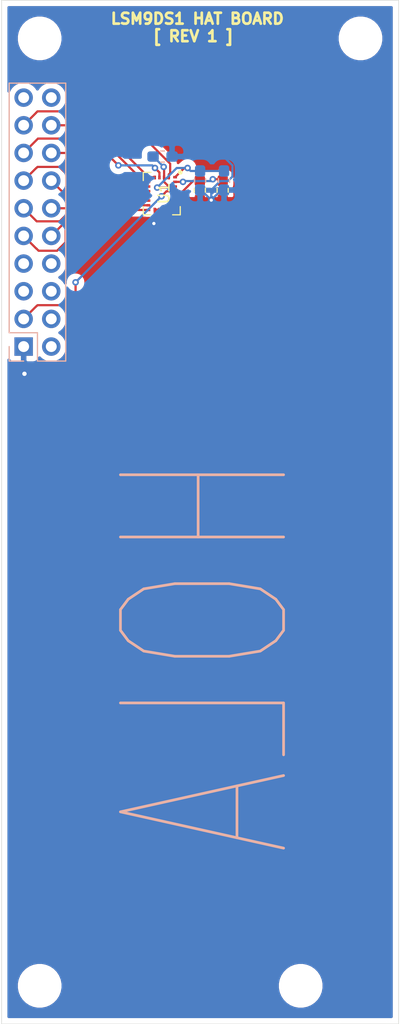
<source format=kicad_pcb>
(kicad_pcb (version 20171130) (host pcbnew "(5.1.6)-1")

  (general
    (thickness 1.6)
    (drawings 8)
    (tracks 133)
    (zones 0)
    (modules 11)
    (nets 23)
  )

  (page A4)
  (layers
    (0 F.Cu signal)
    (31 B.Cu signal)
    (32 B.Adhes user)
    (33 F.Adhes user)
    (34 B.Paste user)
    (35 F.Paste user)
    (36 B.SilkS user)
    (37 F.SilkS user)
    (38 B.Mask user)
    (39 F.Mask user)
    (40 Dwgs.User user)
    (41 Cmts.User user)
    (42 Eco1.User user)
    (43 Eco2.User user)
    (44 Edge.Cuts user)
    (45 Margin user)
    (46 B.CrtYd user)
    (47 F.CrtYd user)
    (48 B.Fab user)
    (49 F.Fab user)
  )

  (setup
    (last_trace_width 0.2)
    (user_trace_width 0.2)
    (user_trace_width 1)
    (user_trace_width 2)
    (trace_clearance 0.2)
    (zone_clearance 0.508)
    (zone_45_only no)
    (trace_min 0.2)
    (via_size 0.8)
    (via_drill 0.4)
    (via_min_size 0.4)
    (via_min_drill 0.3)
    (user_via 0.6 0.3)
    (user_via 1 0.5)
    (uvia_size 0.3)
    (uvia_drill 0.1)
    (uvias_allowed no)
    (uvia_min_size 0.2)
    (uvia_min_drill 0.1)
    (edge_width 0.05)
    (segment_width 0.2)
    (pcb_text_width 0.3)
    (pcb_text_size 1.5 1.5)
    (mod_edge_width 0.12)
    (mod_text_size 1 1)
    (mod_text_width 0.15)
    (pad_size 3 3)
    (pad_drill 3)
    (pad_to_mask_clearance 0.05)
    (aux_axis_origin 0 0)
    (visible_elements 7FFFFFFF)
    (pcbplotparams
      (layerselection 0x010fc_ffffffff)
      (usegerberextensions false)
      (usegerberattributes true)
      (usegerberadvancedattributes true)
      (creategerberjobfile true)
      (excludeedgelayer true)
      (linewidth 0.100000)
      (plotframeref false)
      (viasonmask false)
      (mode 1)
      (useauxorigin false)
      (hpglpennumber 1)
      (hpglpenspeed 20)
      (hpglpendiameter 15.000000)
      (psnegative false)
      (psa4output false)
      (plotreference true)
      (plotvalue true)
      (plotinvisibletext false)
      (padsonsilk false)
      (subtractmaskfromsilk false)
      (outputformat 1)
      (mirror false)
      (drillshape 1)
      (scaleselection 1)
      (outputdirectory ""))
  )

  (net 0 "")
  (net 1 GND)
  (net 2 "Net-(C1-Pad1)")
  (net 3 +3V3)
  (net 4 "Net-(C3-Pad1)")
  (net 5 /MISO)
  (net 6 /SCLK)
  (net 7 /MOSI)
  (net 8 /male_pin/H_RX)
  (net 9 /male_pin/H_TX)
  (net 10 /CS)
  (net 11 /INT1)
  (net 12 /INT2)
  (net 13 /INTM)
  (net 14 /CSM)
  (net 15 /DRDYM)
  (net 16 /DEN)
  (net 17 /male_pin/H_PIN_7)
  (net 18 /male_pin/H_PIN_8)
  (net 19 /male_pin/H_PIN_9)
  (net 20 /male_pin/H_PIN_10)
  (net 21 /male_pin/H_PIN_11)
  (net 22 /male_pin/+BATT)

  (net_class Default "This is the default net class."
    (clearance 0.2)
    (trace_width 0.25)
    (via_dia 0.8)
    (via_drill 0.4)
    (uvia_dia 0.3)
    (uvia_drill 0.1)
    (add_net +3V3)
    (add_net /CS)
    (add_net /CSM)
    (add_net /DEN)
    (add_net /DRDYM)
    (add_net /INT1)
    (add_net /INT2)
    (add_net /INTM)
    (add_net /MISO)
    (add_net /MOSI)
    (add_net /SCLK)
    (add_net /male_pin/+BATT)
    (add_net /male_pin/H_PIN_10)
    (add_net /male_pin/H_PIN_11)
    (add_net /male_pin/H_PIN_7)
    (add_net /male_pin/H_PIN_8)
    (add_net /male_pin/H_PIN_9)
    (add_net /male_pin/H_RX)
    (add_net /male_pin/H_TX)
    (add_net GND)
    (add_net "Net-(C1-Pad1)")
    (add_net "Net-(C3-Pad1)")
  )

  (module MountingHole:MountingHole_3mm (layer F.Cu) (tedit 56D1B4CB) (tstamp 5FF7EE2A)
    (at 162.5 60)
    (descr "Mounting Hole 3mm, no annular")
    (tags "mounting hole 3mm no annular")
    (path /5FA45FD6)
    (attr virtual)
    (fp_text reference H3 (at -4 1) (layer F.SilkS) hide
      (effects (font (size 1 1) (thickness 0.15)))
    )
    (fp_text value MountingHole (at -1.5 2) (layer F.Fab)
      (effects (font (size 1 1) (thickness 0.15)))
    )
    (fp_circle (center 0 0) (end 3 0) (layer Cmts.User) (width 0.15))
    (fp_circle (center 0 0) (end 3.25 0) (layer F.CrtYd) (width 0.05))
    (fp_text user %R (at 0.3 0) (layer F.Fab)
      (effects (font (size 1 1) (thickness 0.15)))
    )
    (pad 1 np_thru_hole circle (at 0 0) (size 3 3) (drill 3) (layers *.Cu *.Mask))
  )

  (module MountingHole:MountingHole_3mm (layer F.Cu) (tedit 56D1B4CB) (tstamp 5FF7EE2A)
    (at 157 147)
    (descr "Mounting Hole 3mm, no annular")
    (tags "mounting hole 3mm no annular")
    (path /5FA45FD6)
    (attr virtual)
    (fp_text reference H2 (at 0 -4) (layer F.SilkS) hide
      (effects (font (size 1 1) (thickness 0.15)))
    )
    (fp_text value MountingHole (at 3.5 2.5) (layer F.Fab)
      (effects (font (size 1 1) (thickness 0.15)))
    )
    (fp_circle (center 0 0) (end 3 0) (layer Cmts.User) (width 0.15))
    (fp_circle (center 0 0) (end 3.25 0) (layer F.CrtYd) (width 0.05))
    (fp_text user %R (at 0.3 0) (layer F.Fab)
      (effects (font (size 1 1) (thickness 0.15)))
    )
    (pad 1 np_thru_hole circle (at 0 0) (size 3 3) (drill 3) (layers *.Cu *.Mask))
  )

  (module MountingHole:MountingHole_3mm (layer F.Cu) (tedit 56D1B4CB) (tstamp 5FF7EE2A)
    (at 133 60)
    (descr "Mounting Hole 3mm, no annular")
    (tags "mounting hole 3mm no annular")
    (path /5FA45FD6)
    (attr virtual)
    (fp_text reference H1 (at 4 1) (layer F.SilkS) hide
      (effects (font (size 1 1) (thickness 0.15)))
    )
    (fp_text value MountingHole (at 1.5 2 180) (layer F.Fab)
      (effects (font (size 1 1) (thickness 0.15)))
    )
    (fp_circle (center 0 0) (end 3 0) (layer Cmts.User) (width 0.15))
    (fp_circle (center 0 0) (end 3.25 0) (layer F.CrtYd) (width 0.05))
    (fp_text user %R (at 0.3 0) (layer F.Fab)
      (effects (font (size 1 1) (thickness 0.15)))
    )
    (pad 1 np_thru_hole circle (at 0 0) (size 3 3) (drill 3) (layers *.Cu *.Mask))
  )

  (module MountingHole:MountingHole_3mm (layer F.Cu) (tedit 56D1B4CB) (tstamp 5FF7FD76)
    (at 133 147)
    (descr "Mounting Hole 3mm, no annular")
    (tags "mounting hole 3mm no annular")
    (attr virtual)
    (fp_text reference H4 (at 0 -4) (layer F.SilkS) hide
      (effects (font (size 1 1) (thickness 0.15)))
    )
    (fp_text value MountingHole (at 2 2.5) (layer F.Fab)
      (effects (font (size 1 1) (thickness 0.15)))
    )
    (fp_circle (center 0 0) (end 3.25 0) (layer F.CrtYd) (width 0.05))
    (fp_circle (center 0 0) (end 3 0) (layer Cmts.User) (width 0.15))
    (fp_text user %R (at 0.3 0) (layer F.Fab)
      (effects (font (size 1 1) (thickness 0.15)))
    )
    (pad 1 np_thru_hole circle (at 0 0) (size 3 3) (drill 3) (layers *.Cu *.Mask))
  )

  (module Connector_PinHeader_2.54mm:PinHeader_2x10_P2.54mm_Vertical (layer B.Cu) (tedit 59FED5CC) (tstamp 5FF84374)
    (at 131.525 88.3)
    (descr "Through hole straight pin header, 2x10, 2.54mm pitch, double rows")
    (tags "Through hole pin header THT 2x10 2.54mm double row")
    (path /5FF642D7/5FF82731)
    (fp_text reference J1 (at 0.975 2.7) (layer F.SilkS) hide
      (effects (font (size 1 1) (thickness 0.15)))
    )
    (fp_text value Conn_02x10_Odd_Even (at -0.525 -11.3 90) (layer F.Fab)
      (effects (font (size 1 1) (thickness 0.15)))
    )
    (fp_line (start 0 1.27) (end 3.81 1.27) (layer B.Fab) (width 0.1))
    (fp_line (start 3.81 1.27) (end 3.81 -24.13) (layer B.Fab) (width 0.1))
    (fp_line (start 3.81 -24.13) (end -1.27 -24.13) (layer B.Fab) (width 0.1))
    (fp_line (start -1.27 -24.13) (end -1.27 0) (layer B.Fab) (width 0.1))
    (fp_line (start -1.27 0) (end 0 1.27) (layer B.Fab) (width 0.1))
    (fp_line (start -1.33 -24.19) (end 3.87 -24.19) (layer B.SilkS) (width 0.12))
    (fp_line (start -1.33 -1.27) (end -1.33 -24.19) (layer B.SilkS) (width 0.12))
    (fp_line (start 3.87 1.33) (end 3.87 -24.19) (layer B.SilkS) (width 0.12))
    (fp_line (start -1.33 -1.27) (end 1.27 -1.27) (layer B.SilkS) (width 0.12))
    (fp_line (start 1.27 -1.27) (end 1.27 1.33) (layer B.SilkS) (width 0.12))
    (fp_line (start 1.27 1.33) (end 3.87 1.33) (layer B.SilkS) (width 0.12))
    (fp_line (start -1.33 0) (end -1.33 1.33) (layer B.SilkS) (width 0.12))
    (fp_line (start -1.33 1.33) (end 0 1.33) (layer B.SilkS) (width 0.12))
    (fp_line (start -1.8 1.8) (end -1.8 -24.65) (layer B.CrtYd) (width 0.05))
    (fp_line (start -1.8 -24.65) (end 4.35 -24.65) (layer B.CrtYd) (width 0.05))
    (fp_line (start 4.35 -24.65) (end 4.35 1.8) (layer B.CrtYd) (width 0.05))
    (fp_line (start 4.35 1.8) (end -1.8 1.8) (layer B.CrtYd) (width 0.05))
    (fp_text user %R (at 1.27 -11.43 -90) (layer B.Fab)
      (effects (font (size 1 1) (thickness 0.15)) (justify mirror))
    )
    (pad 20 thru_hole oval (at 2.54 -22.86) (size 1.7 1.7) (drill 1) (layers *.Cu *.Mask)
      (net 8 /male_pin/H_RX))
    (pad 19 thru_hole oval (at 0 -22.86) (size 1.7 1.7) (drill 1) (layers *.Cu *.Mask)
      (net 9 /male_pin/H_TX))
    (pad 18 thru_hole oval (at 2.54 -20.32) (size 1.7 1.7) (drill 1) (layers *.Cu *.Mask)
      (net 5 /MISO))
    (pad 17 thru_hole oval (at 0 -20.32) (size 1.7 1.7) (drill 1) (layers *.Cu *.Mask)
      (net 6 /SCLK))
    (pad 16 thru_hole oval (at 2.54 -17.78) (size 1.7 1.7) (drill 1) (layers *.Cu *.Mask)
      (net 7 /MOSI))
    (pad 15 thru_hole oval (at 0 -17.78) (size 1.7 1.7) (drill 1) (layers *.Cu *.Mask)
      (net 10 /CS))
    (pad 14 thru_hole oval (at 2.54 -15.24) (size 1.7 1.7) (drill 1) (layers *.Cu *.Mask)
      (net 15 /DRDYM))
    (pad 13 thru_hole oval (at 0 -15.24) (size 1.7 1.7) (drill 1) (layers *.Cu *.Mask)
      (net 14 /CSM))
    (pad 12 thru_hole oval (at 2.54 -12.7) (size 1.7 1.7) (drill 1) (layers *.Cu *.Mask)
      (net 13 /INTM))
    (pad 11 thru_hole oval (at 0 -12.7) (size 1.7 1.7) (drill 1) (layers *.Cu *.Mask)
      (net 11 /INT1))
    (pad 10 thru_hole oval (at 2.54 -10.16) (size 1.7 1.7) (drill 1) (layers *.Cu *.Mask)
      (net 12 /INT2))
    (pad 9 thru_hole oval (at 0 -10.16) (size 1.7 1.7) (drill 1) (layers *.Cu *.Mask)
      (net 16 /DEN))
    (pad 8 thru_hole oval (at 2.54 -7.62) (size 1.7 1.7) (drill 1) (layers *.Cu *.Mask)
      (net 17 /male_pin/H_PIN_7))
    (pad 7 thru_hole oval (at 0 -7.62) (size 1.7 1.7) (drill 1) (layers *.Cu *.Mask)
      (net 18 /male_pin/H_PIN_8))
    (pad 6 thru_hole oval (at 2.54 -5.08) (size 1.7 1.7) (drill 1) (layers *.Cu *.Mask)
      (net 19 /male_pin/H_PIN_9))
    (pad 5 thru_hole oval (at 0 -5.08) (size 1.7 1.7) (drill 1) (layers *.Cu *.Mask)
      (net 20 /male_pin/H_PIN_10))
    (pad 4 thru_hole oval (at 2.54 -2.54) (size 1.7 1.7) (drill 1) (layers *.Cu *.Mask)
      (net 21 /male_pin/H_PIN_11))
    (pad 3 thru_hole oval (at 0 -2.54) (size 1.7 1.7) (drill 1) (layers *.Cu *.Mask)
      (net 3 +3V3))
    (pad 2 thru_hole oval (at 2.54 0) (size 1.7 1.7) (drill 1) (layers *.Cu *.Mask)
      (net 22 /male_pin/+BATT))
    (pad 1 thru_hole rect (at 0 0) (size 1.7 1.7) (drill 1) (layers *.Cu *.Mask)
      (net 1 GND))
    (model ${KISYS3DMOD}/Connector_PinHeader_2.54mm.3dshapes/PinHeader_2x10_P2.54mm_Vertical.wrl
      (at (xyz 0 0 0))
      (scale (xyz 1 1 1))
      (rotate (xyz 0 0 0))
    )
  )

  (module Package_LGA:LGA-24L_3x3.5mm_P0.43mm (layer F.Cu) (tedit 5A02F217) (tstamp 5FF7D40B)
    (at 144.225 74.25 270)
    (descr "LGA 24L 3x3.5mm Pitch 0.43mm")
    (tags "LGA 24L 3x3.5mm Pitch 0.43mm")
    (path /5FF5E858/5FF62050)
    (attr smd)
    (fp_text reference U1 (at -0.025 -0.2 90) (layer F.SilkS)
      (effects (font (size 1 1) (thickness 0.15)))
    )
    (fp_text value LSM9DS1 (at -0.225 0.65 90) (layer F.Fab)
      (effects (font (size 1 1) (thickness 0.15)))
    )
    (fp_circle (center -1.95 -1.7) (end -1.89 -1.7) (layer F.SilkS) (width 0.12))
    (fp_circle (center -1.3 -1) (end -1.3 -0.95) (layer F.Fab) (width 0.1))
    (fp_line (start -2.1 1.85) (end -2.1 -1.85) (layer F.CrtYd) (width 0.05))
    (fp_line (start 2.1 1.85) (end -2.1 1.85) (layer F.CrtYd) (width 0.05))
    (fp_line (start 2.1 -1.85) (end 2.1 1.85) (layer F.CrtYd) (width 0.05))
    (fp_line (start -2.1 -1.85) (end 2.1 -1.85) (layer F.CrtYd) (width 0.05))
    (fp_circle (center -1.95 -1.7) (end -1.8 -1.7) (layer F.SilkS) (width 0.12))
    (fp_line (start -1.95 1.7) (end -1.95 1) (layer F.SilkS) (width 0.12))
    (fp_line (start 1.95 1.7) (end 1.2 1.7) (layer F.SilkS) (width 0.12))
    (fp_line (start 1.95 -1.7) (end 1.95 -1) (layer F.SilkS) (width 0.12))
    (fp_line (start 1.2 -1.7) (end 1.95 -1.7) (layer F.SilkS) (width 0.12))
    (fp_circle (center -1.3 -1) (end -1.3 -0.85) (layer F.Fab) (width 0.1))
    (fp_line (start -1.75 1.5) (end -1.75 -1.5) (layer F.Fab) (width 0.1))
    (fp_line (start 1.75 1.5) (end -1.75 1.5) (layer F.Fab) (width 0.1))
    (fp_line (start 1.75 -1.5) (end 1.75 1.5) (layer F.Fab) (width 0.1))
    (fp_line (start -1.75 -1.5) (end 1.75 -1.5) (layer F.Fab) (width 0.1))
    (fp_line (start 1.95 1) (end 1.95 1.7) (layer F.SilkS) (width 0.12))
    (fp_line (start -1.2 1.7) (end -1.95 1.7) (layer F.SilkS) (width 0.12))
    (fp_text user %R (at -0.025 -0.325 90) (layer F.Fab)
      (effects (font (size 1 1) (thickness 0.15)))
    )
    (pad 13 smd rect (at 1.505 1.225 270) (size 0.23 0.35) (layers F.Cu F.Paste F.Mask)
      (net 16 /DEN))
    (pad 12 smd rect (at 1.075 1.225 270) (size 0.23 0.35) (layers F.Cu F.Paste F.Mask)
      (net 12 /INT2))
    (pad 11 smd rect (at 0.645 1.225 270) (size 0.23 0.35) (layers F.Cu F.Paste F.Mask)
      (net 11 /INT1))
    (pad 10 smd rect (at 0.215 1.225 270) (size 0.23 0.35) (layers F.Cu F.Paste F.Mask)
      (net 13 /INTM))
    (pad 9 smd rect (at -0.215 1.225 270) (size 0.23 0.35) (layers F.Cu F.Paste F.Mask)
      (net 15 /DRDYM))
    (pad 8 smd rect (at -0.645 1.225 270) (size 0.23 0.35) (layers F.Cu F.Paste F.Mask)
      (net 14 /CSM))
    (pad 7 smd rect (at -1.075 1.225 270) (size 0.23 0.35) (layers F.Cu F.Paste F.Mask)
      (net 10 /CS))
    (pad 6 smd rect (at -1.505 1.225 270) (size 0.23 0.35) (layers F.Cu F.Paste F.Mask)
      (net 5 /MISO))
    (pad 18 smd rect (at 1.505 -1.225 270) (size 0.23 0.35) (layers F.Cu F.Paste F.Mask)
      (net 1 GND))
    (pad 19 smd rect (at 1.075 -1.225 270) (size 0.23 0.35) (layers F.Cu F.Paste F.Mask)
      (net 1 GND))
    (pad 20 smd rect (at 0.645 -1.225 270) (size 0.23 0.35) (layers F.Cu F.Paste F.Mask)
      (net 1 GND))
    (pad 21 smd rect (at 0.215 -1.225 270) (size 0.23 0.35) (layers F.Cu F.Paste F.Mask)
      (net 2 "Net-(C1-Pad1)"))
    (pad 22 smd rect (at -0.215 -1.225 270) (size 0.23 0.35) (layers F.Cu F.Paste F.Mask)
      (net 3 +3V3))
    (pad 23 smd rect (at -0.645 -1.225 270) (size 0.23 0.35) (layers F.Cu F.Paste F.Mask)
      (net 3 +3V3))
    (pad 24 smd rect (at -1.075 -1.225 270) (size 0.23 0.35) (layers F.Cu F.Paste F.Mask)
      (net 4 "Net-(C3-Pad1)"))
    (pad 14 smd rect (at 1.475 0.645 270) (size 0.35 0.23) (layers F.Cu F.Paste F.Mask)
      (net 1 GND))
    (pad 5 smd rect (at -1.475 0.645 270) (size 0.35 0.23) (layers F.Cu F.Paste F.Mask)
      (net 5 /MISO))
    (pad 15 smd rect (at 1.475 0.215 270) (size 0.35 0.23) (layers F.Cu F.Paste F.Mask)
      (net 1 GND))
    (pad 4 smd rect (at -1.475 0.215 270) (size 0.35 0.23) (layers F.Cu F.Paste F.Mask)
      (net 7 /MOSI))
    (pad 16 smd rect (at 1.475 -0.215 270) (size 0.35 0.23) (layers F.Cu F.Paste F.Mask)
      (net 1 GND))
    (pad 3 smd rect (at -1.475 -0.215 270) (size 0.35 0.23) (layers F.Cu F.Paste F.Mask)
      (net 3 +3V3))
    (pad 17 smd rect (at 1.475 -0.645 270) (size 0.35 0.23) (layers F.Cu F.Paste F.Mask)
      (net 1 GND))
    (pad 2 smd rect (at -1.475 -0.645 270) (size 0.35 0.23) (layers F.Cu F.Paste F.Mask)
      (net 6 /SCLK))
    (pad 1 smd rect (at -1.505 -1.225 270) (size 0.23 0.35) (layers F.Cu F.Paste F.Mask)
      (net 3 +3V3))
    (model ${KISYS3DMOD}/Package_LGA.3dshapes/LGA-24L_3x3.5mm_P0.43mm.wrl
      (at (xyz 0 0 0))
      (scale (xyz 1 1 1))
      (rotate (xyz 0 0 0))
    )
  )

  (module Capacitor_SMD:C_0603_1608Metric_Pad1.05x0.95mm_HandSolder (layer B.Cu) (tedit 5B301BBE) (tstamp 5FF7D3B4)
    (at 149.95 73.05 270)
    (descr "Capacitor SMD 0603 (1608 Metric), square (rectangular) end terminal, IPC_7351 nominal with elongated pad for handsoldering. (Body size source: http://www.tortai-tech.com/upload/download/2011102023233369053.pdf), generated with kicad-footprint-generator")
    (tags "capacitor handsolder")
    (path /5FF5E858/5FF62068)
    (attr smd)
    (fp_text reference C5 (at 1.8 0 180) (layer B.SilkS) hide
      (effects (font (size 1 1) (thickness 0.15)) (justify mirror))
    )
    (fp_text value 10uF (at 0.1 0.1 270) (layer B.Fab)
      (effects (font (size 1 1) (thickness 0.15)) (justify mirror))
    )
    (fp_line (start -0.8 -0.4) (end -0.8 0.4) (layer B.Fab) (width 0.1))
    (fp_line (start -0.8 0.4) (end 0.8 0.4) (layer B.Fab) (width 0.1))
    (fp_line (start 0.8 0.4) (end 0.8 -0.4) (layer B.Fab) (width 0.1))
    (fp_line (start 0.8 -0.4) (end -0.8 -0.4) (layer B.Fab) (width 0.1))
    (fp_line (start -0.171267 0.51) (end 0.171267 0.51) (layer B.SilkS) (width 0.12))
    (fp_line (start -0.171267 -0.51) (end 0.171267 -0.51) (layer B.SilkS) (width 0.12))
    (fp_line (start -1.65 -0.73) (end -1.65 0.73) (layer B.CrtYd) (width 0.05))
    (fp_line (start -1.65 0.73) (end 1.65 0.73) (layer B.CrtYd) (width 0.05))
    (fp_line (start 1.65 0.73) (end 1.65 -0.73) (layer B.CrtYd) (width 0.05))
    (fp_line (start 1.65 -0.73) (end -1.65 -0.73) (layer B.CrtYd) (width 0.05))
    (fp_text user %R (at 0 0 270) (layer B.Fab)
      (effects (font (size 0.4 0.4) (thickness 0.06)) (justify mirror))
    )
    (pad 2 smd roundrect (at 0.875 0 270) (size 1.05 0.95) (layers B.Cu B.Paste B.Mask) (roundrect_rratio 0.25)
      (net 1 GND))
    (pad 1 smd roundrect (at -0.875 0 270) (size 1.05 0.95) (layers B.Cu B.Paste B.Mask) (roundrect_rratio 0.25)
      (net 3 +3V3))
    (model ${KISYS3DMOD}/Capacitor_SMD.3dshapes/C_0603_1608Metric.wrl
      (at (xyz 0 0 0))
      (scale (xyz 1 1 1))
      (rotate (xyz 0 0 0))
    )
  )

  (module Capacitor_SMD:C_0603_1608Metric_Pad1.05x0.95mm_HandSolder (layer B.Cu) (tedit 5B301BBE) (tstamp 5FF7D3A3)
    (at 147.75 73.05 270)
    (descr "Capacitor SMD 0603 (1608 Metric), square (rectangular) end terminal, IPC_7351 nominal with elongated pad for handsoldering. (Body size source: http://www.tortai-tech.com/upload/download/2011102023233369053.pdf), generated with kicad-footprint-generator")
    (tags "capacitor handsolder")
    (path /5FF5E858/5FF62062)
    (attr smd)
    (fp_text reference C4 (at 1.8 0 180) (layer B.SilkS) hide
      (effects (font (size 1 1) (thickness 0.15)) (justify mirror))
    )
    (fp_text value 100nF (at -0.2 -0.1 90) (layer B.Fab)
      (effects (font (size 1 1) (thickness 0.15)) (justify mirror))
    )
    (fp_line (start -0.8 -0.4) (end -0.8 0.4) (layer B.Fab) (width 0.1))
    (fp_line (start -0.8 0.4) (end 0.8 0.4) (layer B.Fab) (width 0.1))
    (fp_line (start 0.8 0.4) (end 0.8 -0.4) (layer B.Fab) (width 0.1))
    (fp_line (start 0.8 -0.4) (end -0.8 -0.4) (layer B.Fab) (width 0.1))
    (fp_line (start -0.171267 0.51) (end 0.171267 0.51) (layer B.SilkS) (width 0.12))
    (fp_line (start -0.171267 -0.51) (end 0.171267 -0.51) (layer B.SilkS) (width 0.12))
    (fp_line (start -1.65 -0.73) (end -1.65 0.73) (layer B.CrtYd) (width 0.05))
    (fp_line (start -1.65 0.73) (end 1.65 0.73) (layer B.CrtYd) (width 0.05))
    (fp_line (start 1.65 0.73) (end 1.65 -0.73) (layer B.CrtYd) (width 0.05))
    (fp_line (start 1.65 -0.73) (end -1.65 -0.73) (layer B.CrtYd) (width 0.05))
    (fp_text user %R (at 0 0 270) (layer B.Fab)
      (effects (font (size 0.4 0.4) (thickness 0.06)) (justify mirror))
    )
    (pad 2 smd roundrect (at 0.875 0 270) (size 1.05 0.95) (layers B.Cu B.Paste B.Mask) (roundrect_rratio 0.25)
      (net 1 GND))
    (pad 1 smd roundrect (at -0.875 0 270) (size 1.05 0.95) (layers B.Cu B.Paste B.Mask) (roundrect_rratio 0.25)
      (net 3 +3V3))
    (model ${KISYS3DMOD}/Capacitor_SMD.3dshapes/C_0603_1608Metric.wrl
      (at (xyz 0 0 0))
      (scale (xyz 1 1 1))
      (rotate (xyz 0 0 0))
    )
  )

  (module Capacitor_SMD:C_0603_1608Metric_Pad1.05x0.95mm_HandSolder (layer F.Cu) (tedit 5B301BBE) (tstamp 5FF7D392)
    (at 149.825 73.95 270)
    (descr "Capacitor SMD 0603 (1608 Metric), square (rectangular) end terminal, IPC_7351 nominal with elongated pad for handsoldering. (Body size source: http://www.tortai-tech.com/upload/download/2011102023233369053.pdf), generated with kicad-footprint-generator")
    (tags "capacitor handsolder")
    (path /5FF5E858/5FF62085)
    (attr smd)
    (fp_text reference C3 (at 2.05 0 180) (layer F.SilkS) hide
      (effects (font (size 1 1) (thickness 0.15)))
    )
    (fp_text value 100nF (at 0 -0.1 90) (layer F.Fab)
      (effects (font (size 1 1) (thickness 0.15)))
    )
    (fp_line (start -0.8 0.4) (end -0.8 -0.4) (layer F.Fab) (width 0.1))
    (fp_line (start -0.8 -0.4) (end 0.8 -0.4) (layer F.Fab) (width 0.1))
    (fp_line (start 0.8 -0.4) (end 0.8 0.4) (layer F.Fab) (width 0.1))
    (fp_line (start 0.8 0.4) (end -0.8 0.4) (layer F.Fab) (width 0.1))
    (fp_line (start -0.171267 -0.51) (end 0.171267 -0.51) (layer F.SilkS) (width 0.12))
    (fp_line (start -0.171267 0.51) (end 0.171267 0.51) (layer F.SilkS) (width 0.12))
    (fp_line (start -1.65 0.73) (end -1.65 -0.73) (layer F.CrtYd) (width 0.05))
    (fp_line (start -1.65 -0.73) (end 1.65 -0.73) (layer F.CrtYd) (width 0.05))
    (fp_line (start 1.65 -0.73) (end 1.65 0.73) (layer F.CrtYd) (width 0.05))
    (fp_line (start 1.65 0.73) (end -1.65 0.73) (layer F.CrtYd) (width 0.05))
    (fp_text user %R (at 0 0 90) (layer F.Fab)
      (effects (font (size 0.4 0.4) (thickness 0.06)))
    )
    (pad 2 smd roundrect (at 0.875 0 270) (size 1.05 0.95) (layers F.Cu F.Paste F.Mask) (roundrect_rratio 0.25)
      (net 1 GND))
    (pad 1 smd roundrect (at -0.875 0 270) (size 1.05 0.95) (layers F.Cu F.Paste F.Mask) (roundrect_rratio 0.25)
      (net 4 "Net-(C3-Pad1)"))
    (model ${KISYS3DMOD}/Capacitor_SMD.3dshapes/C_0603_1608Metric.wrl
      (at (xyz 0 0 0))
      (scale (xyz 1 1 1))
      (rotate (xyz 0 0 0))
    )
  )

  (module Capacitor_SMD:C_0603_1608Metric_Pad1.05x0.95mm_HandSolder (layer B.Cu) (tedit 5B301BBE) (tstamp 5FF7D381)
    (at 144.3 70.85)
    (descr "Capacitor SMD 0603 (1608 Metric), square (rectangular) end terminal, IPC_7351 nominal with elongated pad for handsoldering. (Body size source: http://www.tortai-tech.com/upload/download/2011102023233369053.pdf), generated with kicad-footprint-generator")
    (tags "capacitor handsolder")
    (path /5FF5E858/5FF620AD)
    (attr smd)
    (fp_text reference C2 (at 1.8 0 90) (layer B.SilkS) hide
      (effects (font (size 1 1) (thickness 0.15)) (justify mirror))
    )
    (fp_text value 100nF (at -0.2 0) (layer B.Fab)
      (effects (font (size 1 1) (thickness 0.15)) (justify mirror))
    )
    (fp_line (start -0.8 -0.4) (end -0.8 0.4) (layer B.Fab) (width 0.1))
    (fp_line (start -0.8 0.4) (end 0.8 0.4) (layer B.Fab) (width 0.1))
    (fp_line (start 0.8 0.4) (end 0.8 -0.4) (layer B.Fab) (width 0.1))
    (fp_line (start 0.8 -0.4) (end -0.8 -0.4) (layer B.Fab) (width 0.1))
    (fp_line (start -0.171267 0.51) (end 0.171267 0.51) (layer B.SilkS) (width 0.12))
    (fp_line (start -0.171267 -0.51) (end 0.171267 -0.51) (layer B.SilkS) (width 0.12))
    (fp_line (start -1.65 -0.73) (end -1.65 0.73) (layer B.CrtYd) (width 0.05))
    (fp_line (start -1.65 0.73) (end 1.65 0.73) (layer B.CrtYd) (width 0.05))
    (fp_line (start 1.65 0.73) (end 1.65 -0.73) (layer B.CrtYd) (width 0.05))
    (fp_line (start 1.65 -0.73) (end -1.65 -0.73) (layer B.CrtYd) (width 0.05))
    (fp_text user %R (at 0 0) (layer B.Fab)
      (effects (font (size 0.4 0.4) (thickness 0.06)) (justify mirror))
    )
    (pad 2 smd roundrect (at 0.875 0) (size 1.05 0.95) (layers B.Cu B.Paste B.Mask) (roundrect_rratio 0.25)
      (net 1 GND))
    (pad 1 smd roundrect (at -0.875 0) (size 1.05 0.95) (layers B.Cu B.Paste B.Mask) (roundrect_rratio 0.25)
      (net 3 +3V3))
    (model ${KISYS3DMOD}/Capacitor_SMD.3dshapes/C_0603_1608Metric.wrl
      (at (xyz 0 0 0))
      (scale (xyz 1 1 1))
      (rotate (xyz 0 0 0))
    )
  )

  (module Capacitor_SMD:C_0603_1608Metric_Pad1.05x0.95mm_HandSolder (layer F.Cu) (tedit 5B301BBE) (tstamp 5FF7D370)
    (at 147.725 73.95 270)
    (descr "Capacitor SMD 0603 (1608 Metric), square (rectangular) end terminal, IPC_7351 nominal with elongated pad for handsoldering. (Body size source: http://www.tortai-tech.com/upload/download/2011102023233369053.pdf), generated with kicad-footprint-generator")
    (tags "capacitor handsolder")
    (path /5FF5E858/5FF62095)
    (attr smd)
    (fp_text reference C1 (at 2 -0.1) (layer F.SilkS) hide
      (effects (font (size 1 1) (thickness 0.15)))
    )
    (fp_text value 10nF (at 0 0.1 90) (layer F.Fab)
      (effects (font (size 1 1) (thickness 0.15)))
    )
    (fp_line (start -0.8 0.4) (end -0.8 -0.4) (layer F.Fab) (width 0.1))
    (fp_line (start -0.8 -0.4) (end 0.8 -0.4) (layer F.Fab) (width 0.1))
    (fp_line (start 0.8 -0.4) (end 0.8 0.4) (layer F.Fab) (width 0.1))
    (fp_line (start 0.8 0.4) (end -0.8 0.4) (layer F.Fab) (width 0.1))
    (fp_line (start -0.171267 -0.51) (end 0.171267 -0.51) (layer F.SilkS) (width 0.12))
    (fp_line (start -0.171267 0.51) (end 0.171267 0.51) (layer F.SilkS) (width 0.12))
    (fp_line (start -1.65 0.73) (end -1.65 -0.73) (layer F.CrtYd) (width 0.05))
    (fp_line (start -1.65 -0.73) (end 1.65 -0.73) (layer F.CrtYd) (width 0.05))
    (fp_line (start 1.65 -0.73) (end 1.65 0.73) (layer F.CrtYd) (width 0.05))
    (fp_line (start 1.65 0.73) (end -1.65 0.73) (layer F.CrtYd) (width 0.05))
    (fp_text user %R (at 0 0 90) (layer F.Fab)
      (effects (font (size 0.4 0.4) (thickness 0.06)))
    )
    (pad 2 smd roundrect (at 0.875 0 270) (size 1.05 0.95) (layers F.Cu F.Paste F.Mask) (roundrect_rratio 0.25)
      (net 1 GND))
    (pad 1 smd roundrect (at -0.875 0 270) (size 1.05 0.95) (layers F.Cu F.Paste F.Mask) (roundrect_rratio 0.25)
      (net 2 "Net-(C1-Pad1)"))
    (model ${KISYS3DMOD}/Capacitor_SMD.3dshapes/C_0603_1608Metric.wrl
      (at (xyz 0 0 0))
      (scale (xyz 1 1 1))
      (rotate (xyz 0 0 0))
    )
  )

  (gr_text HOLA (at 148.5 116.5 90) (layer B.SilkS)
    (effects (font (size 15 10) (thickness 0.25)) (justify mirror))
  )
  (gr_text "LSM9DS1 HAT BOARD\n           [ REV 1 ]            " (at 147.5 59) (layer F.SilkS)
    (effects (font (size 1 1) (thickness 0.25)))
  )
  (gr_line (start 166 150.5) (end 165 150.5) (layer Edge.Cuts) (width 0.05) (tstamp 5FFBE8E0))
  (gr_line (start 166 56.5) (end 166 150.5) (layer Edge.Cuts) (width 0.05))
  (gr_line (start 165 150.5) (end 160.5 150.5) (layer Edge.Cuts) (width 0.05) (tstamp 5FFBE8DA))
  (gr_line (start 129.5 56.5) (end 166 56.5) (layer Edge.Cuts) (width 0.05))
  (gr_line (start 129.5 150.5) (end 160.5 150.5) (layer Edge.Cuts) (width 0.05))
  (gr_line (start 129.5 56.5) (end 129.5 150.5) (layer Edge.Cuts) (width 0.05))

  (via (at 131.6 90.8) (size 0.8) (drill 0.4) (layers F.Cu B.Cu) (net 1))
  (segment (start 131.6 90.8) (end 131.6 88.375) (width 0.25) (layer F.Cu) (net 1))
  (segment (start 131.6 88.375) (end 131.525 88.3) (width 0.2) (layer F.Cu) (net 1))
  (via (at 148.775 74.85) (size 0.6) (drill 0.3) (layers F.Cu B.Cu) (net 1))
  (segment (start 145.45 75.325) (end 145.45 75.755) (width 0.2) (layer F.Cu) (net 1))
  (segment (start 144.9 75.755) (end 144.87 75.725) (width 0.2) (layer F.Cu) (net 1))
  (segment (start 145.45 75.755) (end 144.9 75.755) (width 0.2) (layer F.Cu) (net 1))
  (segment (start 143.58 75.725) (end 144.01 75.725) (width 0.2) (layer F.Cu) (net 1))
  (segment (start 144.44 75.725) (end 144.01 75.725) (width 0.2) (layer F.Cu) (net 1))
  (segment (start 144.44 75.725) (end 144.87 75.725) (width 0.2) (layer F.Cu) (net 1))
  (segment (start 148.8 74.825) (end 148.775 74.85) (width 0.2) (layer F.Cu) (net 1))
  (segment (start 149.825 74.825) (end 148.8 74.825) (width 0.2) (layer F.Cu) (net 1))
  (segment (start 147.85 73.925) (end 148.775 74.85) (width 0.2) (layer B.Cu) (net 1))
  (segment (start 147.75 73.925) (end 147.85 73.925) (width 0.2) (layer B.Cu) (net 1))
  (segment (start 149.7 73.925) (end 148.775 74.85) (width 0.2) (layer B.Cu) (net 1))
  (segment (start 149.95 73.925) (end 149.7 73.925) (width 0.2) (layer B.Cu) (net 1))
  (segment (start 148.725 74.9) (end 148.775 74.85) (width 0.2) (layer B.Cu) (net 1))
  (segment (start 148.8 74.825) (end 148.775 74.85) (width 0.2) (layer B.Cu) (net 1))
  (segment (start 148.775 73.925) (end 148.775 74.85) (width 0.2) (layer B.Cu) (net 1))
  (segment (start 149.6 73.1) (end 148.775 73.925) (width 0.2) (layer B.Cu) (net 1))
  (segment (start 149.910156 70.85) (end 150.72501 71.664854) (width 0.2) (layer B.Cu) (net 1))
  (segment (start 145.175 70.85) (end 149.910156 70.85) (width 0.2) (layer B.Cu) (net 1))
  (segment (start 150.72501 71.664854) (end 150.72501 72.685146) (width 0.2) (layer B.Cu) (net 1))
  (segment (start 150.310156 73.1) (end 149.6 73.1) (width 0.2) (layer B.Cu) (net 1))
  (segment (start 150.72501 72.685146) (end 150.310156 73.1) (width 0.2) (layer B.Cu) (net 1))
  (segment (start 145.460001 74.905001) (end 145.45 74.905001) (width 0.2) (layer F.Cu) (net 1))
  (segment (start 148.75 74.825) (end 148.775 74.85) (width 0.2) (layer F.Cu) (net 1))
  (segment (start 147.725 74.825) (end 148.75 74.825) (width 0.2) (layer F.Cu) (net 1))
  (segment (start 145.45 75.325) (end 145.45 74.895) (width 0.2) (layer F.Cu) (net 1))
  (via (at 143.5 77) (size 0.6) (drill 0.3) (layers F.Cu B.Cu) (net 1))
  (segment (start 143.58 75.725) (end 143.58 76.92) (width 0.2) (layer F.Cu) (net 1))
  (segment (start 143.58 76.92) (end 143.5 77) (width 0.2) (layer F.Cu) (net 1))
  (segment (start 145.465 74.465) (end 145.479999 74.479999) (width 0.2) (layer F.Cu) (net 2))
  (segment (start 145.45 74.465) (end 145.465 74.465) (width 0.2) (layer F.Cu) (net 2))
  (segment (start 145.735 74.465) (end 145.45 74.465) (width 0.2) (layer F.Cu) (net 2))
  (segment (start 147.125 73.075) (end 145.735 74.465) (width 0.2) (layer F.Cu) (net 2))
  (segment (start 147.725 73.075) (end 147.125 73.075) (width 0.2) (layer F.Cu) (net 2))
  (segment (start 147.75 72.175) (end 149.95 72.175) (width 0.2) (layer B.Cu) (net 3))
  (via (at 146.599265 71.900735) (size 0.6) (drill 0.3) (layers F.Cu B.Cu) (net 3))
  (segment (start 147.75 72.175) (end 146.87353 72.175) (width 0.2) (layer B.Cu) (net 3))
  (segment (start 146.87353 72.175) (end 146.599265 71.900735) (width 0.2) (layer B.Cu) (net 3))
  (segment (start 146.294265 71.900735) (end 145.45 72.745) (width 0.2) (layer F.Cu) (net 3))
  (segment (start 146.599265 71.900735) (end 146.294265 71.900735) (width 0.2) (layer F.Cu) (net 3))
  (segment (start 145.45 73.605) (end 145.45 74.035) (width 0.2) (layer F.Cu) (net 3))
  (via (at 144.4 71.8) (size 0.6) (drill 0.3) (layers F.Cu B.Cu) (net 3))
  (segment (start 143.425 70.85) (end 143.45 70.85) (width 0.2) (layer B.Cu) (net 3))
  (segment (start 143.45 70.85) (end 144.4 71.8) (width 0.2) (layer B.Cu) (net 3))
  (segment (start 144.44 71.84) (end 144.44 72.775) (width 0.2) (layer F.Cu) (net 3))
  (segment (start 144.4 71.8) (end 144.44 71.84) (width 0.2) (layer F.Cu) (net 3))
  (segment (start 145.45 74.035) (end 144.665 74.035) (width 0.2) (layer F.Cu) (net 3))
  (via (at 144.2 74.5) (size 0.6) (drill 0.3) (layers F.Cu B.Cu) (net 3))
  (segment (start 144.665 74.035) (end 144.2 74.5) (width 0.2) (layer F.Cu) (net 3))
  (via (at 136.3 82.4) (size 0.6) (drill 0.3) (layers F.Cu B.Cu) (net 3))
  (segment (start 144.2 74.5) (end 136.3 82.4) (width 0.2) (layer B.Cu) (net 3))
  (segment (start 144.44 73.175002) (end 144.869998 73.605) (width 0.2) (layer F.Cu) (net 3))
  (segment (start 144.869998 73.605) (end 145.45 73.605) (width 0.2) (layer F.Cu) (net 3))
  (segment (start 144.44 72.775) (end 144.44 73.175002) (width 0.2) (layer F.Cu) (net 3))
  (segment (start 146.599265 71.900735) (end 145.599265 71.900735) (width 0.2) (layer B.Cu) (net 3))
  (via (at 143.8 73.7) (size 0.6) (drill 0.3) (layers F.Cu B.Cu) (net 3))
  (segment (start 145.599265 71.900735) (end 143.8 73.7) (width 0.2) (layer B.Cu) (net 3))
  (segment (start 145.355 73.7) (end 145.45 73.605) (width 0.2) (layer F.Cu) (net 3))
  (segment (start 143.8 73.7) (end 145.355 73.7) (width 0.2) (layer F.Cu) (net 3))
  (segment (start 136.3 82.824264) (end 136.3 82.4) (width 0.2) (layer F.Cu) (net 3))
  (segment (start 136.3 83.4) (end 136.3 82.824264) (width 0.2) (layer F.Cu) (net 3))
  (segment (start 132.675001 84.609999) (end 132.690001 84.609999) (width 0.2) (layer F.Cu) (net 3))
  (segment (start 135.2 84.5) (end 136.3 83.4) (width 0.2) (layer F.Cu) (net 3))
  (segment (start 131.525 85.76) (end 132.675001 84.609999) (width 0.2) (layer F.Cu) (net 3))
  (segment (start 132.690001 84.609999) (end 132.8 84.5) (width 0.2) (layer F.Cu) (net 3))
  (segment (start 132.8 84.5) (end 135.2 84.5) (width 0.2) (layer F.Cu) (net 3))
  (segment (start 149.9 73.35) (end 149.8 73.25) (width 0.2) (layer F.Cu) (net 4))
  (via (at 146.17647 73.175) (size 0.6) (drill 0.3) (layers F.Cu B.Cu) (net 4))
  (segment (start 145.45 73.175) (end 146.17647 73.175) (width 0.2) (layer F.Cu) (net 4))
  (via (at 148.917319 72.934152) (size 0.6) (drill 0.3) (layers F.Cu B.Cu) (net 4))
  (segment (start 148.751481 73.09999) (end 148.917319 72.934152) (width 0.2) (layer B.Cu) (net 4))
  (segment (start 146.17647 73.175) (end 146.25148 73.09999) (width 0.2) (layer B.Cu) (net 4))
  (segment (start 146.25148 73.09999) (end 148.751481 73.09999) (width 0.2) (layer B.Cu) (net 4))
  (segment (start 149.684152 72.934152) (end 149.825 73.075) (width 0.2) (layer F.Cu) (net 4))
  (segment (start 148.917319 72.934152) (end 149.684152 72.934152) (width 0.2) (layer F.Cu) (net 4))
  (segment (start 138.235 67.98) (end 143 72.745) (width 0.2) (layer F.Cu) (net 5))
  (segment (start 134.065 67.98) (end 138.235 67.98) (width 0.2) (layer F.Cu) (net 5))
  (segment (start 143.55 72.745) (end 143.58 72.775) (width 0.2) (layer F.Cu) (net 5))
  (segment (start 143 72.745) (end 143.55 72.745) (width 0.2) (layer F.Cu) (net 5))
  (segment (start 144.87 72.775) (end 144.9 72.745) (width 0.2) (layer F.Cu) (net 6))
  (segment (start 145 72.364998) (end 144.87 72.494998) (width 0.2) (layer F.Cu) (net 6))
  (segment (start 144.87 72.494998) (end 144.87 72.775) (width 0.2) (layer F.Cu) (net 6))
  (segment (start 145 71.511998) (end 145 72.364998) (width 0.2) (layer F.Cu) (net 6))
  (segment (start 140.2 66.711998) (end 145 71.511998) (width 0.2) (layer F.Cu) (net 6))
  (segment (start 132.675001 66.829999) (end 132.675001 66.824999) (width 0.2) (layer F.Cu) (net 6))
  (segment (start 132.8 66.7) (end 140.2 66.7) (width 0.2) (layer F.Cu) (net 6))
  (segment (start 131.525 67.98) (end 132.675001 66.829999) (width 0.2) (layer F.Cu) (net 6))
  (segment (start 132.675001 66.824999) (end 132.8 66.7) (width 0.2) (layer F.Cu) (net 6))
  (segment (start 140.2 66.7) (end 140.2 66.711998) (width 0.2) (layer F.Cu) (net 6))
  (via (at 140.238234 71.661766) (size 0.6) (drill 0.3) (layers F.Cu B.Cu) (net 7))
  (segment (start 134.065 70.52) (end 139.096468 70.52) (width 0.2) (layer F.Cu) (net 7))
  (segment (start 139.096468 70.52) (end 140.238234 71.661766) (width 0.2) (layer F.Cu) (net 7))
  (via (at 143.6 71.9) (size 0.6) (drill 0.3) (layers F.Cu B.Cu) (net 7))
  (segment (start 140.238234 71.661766) (end 143.361766 71.661766) (width 0.2) (layer B.Cu) (net 7))
  (segment (start 143.361766 71.661766) (end 143.6 71.9) (width 0.2) (layer B.Cu) (net 7))
  (segment (start 144.01 72.31) (end 144.01 72.775) (width 0.2) (layer F.Cu) (net 7))
  (segment (start 143.6 71.9) (end 144.01 72.31) (width 0.2) (layer F.Cu) (net 7))
  (segment (start 131.525 70.52) (end 132.675001 69.369999) (width 0.2) (layer F.Cu) (net 10))
  (segment (start 132.845 69.2) (end 132.675001 69.369999) (width 0.2) (layer F.Cu) (net 10))
  (segment (start 132.9 69.2) (end 132.845 69.2) (width 0.2) (layer F.Cu) (net 10))
  (segment (start 142.599998 73.175) (end 143 73.175) (width 0.2) (layer F.Cu) (net 10))
  (segment (start 132.845 69.2) (end 138.624998 69.2) (width 0.2) (layer F.Cu) (net 10))
  (segment (start 138.624998 69.2) (end 142.599998 73.175) (width 0.2) (layer F.Cu) (net 10))
  (segment (start 143 74.895) (end 136.744302 74.895) (width 0.2) (layer F.Cu) (net 11))
  (segment (start 132.725 76.8) (end 134.8 76.8) (width 0.2) (layer F.Cu) (net 11))
  (segment (start 134.8 76.8) (end 134.819651 76.819651) (width 0.2) (layer F.Cu) (net 11))
  (segment (start 136.744302 74.895) (end 134.819651 76.819651) (width 0.2) (layer F.Cu) (net 11))
  (segment (start 131.525 75.6) (end 132.725 76.8) (width 0.2) (layer F.Cu) (net 11))
  (segment (start 136.88 75.325) (end 143 75.325) (width 0.2) (layer F.Cu) (net 12))
  (segment (start 134.065 78.14) (end 136.88 75.325) (width 0.2) (layer F.Cu) (net 12))
  (segment (start 134.065 75.6) (end 135.473604 75.6) (width 0.2) (layer F.Cu) (net 13))
  (segment (start 136.608604 74.465) (end 143 74.465) (width 0.2) (layer F.Cu) (net 13))
  (segment (start 135.473604 75.6) (end 136.608604 74.465) (width 0.2) (layer F.Cu) (net 13))
  (segment (start 131.525 73.06) (end 132.675001 71.909999) (width 0.2) (layer F.Cu) (net 14))
  (segment (start 136.605 73.605) (end 143 73.605) (width 0.2) (layer F.Cu) (net 14))
  (segment (start 132.675001 71.909999) (end 132.690001 71.909999) (width 0.2) (layer F.Cu) (net 14))
  (segment (start 132.690001 71.909999) (end 132.8 71.8) (width 0.2) (layer F.Cu) (net 14))
  (segment (start 134.8 71.8) (end 136.605 73.605) (width 0.2) (layer F.Cu) (net 14))
  (segment (start 132.8 71.8) (end 134.8 71.8) (width 0.2) (layer F.Cu) (net 14))
  (segment (start 135.09998 74.035) (end 143 74.035) (width 0.2) (layer F.Cu) (net 15))
  (segment (start 135.04 74.035) (end 135.09998 74.035) (width 0.2) (layer F.Cu) (net 15))
  (segment (start 134.065 73.06) (end 135.04 74.035) (width 0.2) (layer F.Cu) (net 15))
  (segment (start 132.9 79.5) (end 132.690001 79.290001) (width 0.2) (layer F.Cu) (net 16))
  (segment (start 137.015698 75.755) (end 135.385349 77.385349) (width 0.2) (layer F.Cu) (net 16))
  (segment (start 135.385349 77.385349) (end 135.385349 78.714651) (width 0.2) (layer F.Cu) (net 16))
  (segment (start 132.675001 79.290001) (end 131.525 78.14) (width 0.2) (layer F.Cu) (net 16))
  (segment (start 134.6 79.5) (end 132.9 79.5) (width 0.2) (layer F.Cu) (net 16))
  (segment (start 143 75.755) (end 137.015698 75.755) (width 0.2) (layer F.Cu) (net 16))
  (segment (start 132.690001 79.290001) (end 132.675001 79.290001) (width 0.2) (layer F.Cu) (net 16))
  (segment (start 135.385349 78.714651) (end 134.6 79.5) (width 0.2) (layer F.Cu) (net 16))

  (zone (net 1) (net_name GND) (layer F.Cu) (tstamp 0) (hatch edge 0.508)
    (connect_pads (clearance 0.508))
    (min_thickness 0.254)
    (fill yes (arc_segments 32) (thermal_gap 0.508) (thermal_bridge_width 0.508))
    (polygon
      (pts
        (xy 146.075 76.35) (xy 142.375 76.35) (xy 142.375 72.15) (xy 146.05 72.15)
      )
    )
  )
  (zone (net 1) (net_name GND) (layer B.Cu) (tstamp 0) (hatch edge 0.508)
    (connect_pads (clearance 0.508))
    (min_thickness 0.254)
    (fill yes (arc_segments 32) (thermal_gap 0.508) (thermal_bridge_width 0.508))
    (polygon
      (pts
        (xy 146.075 76.35) (xy 142.35 76.35) (xy 142.375 72.15) (xy 146.075 72.15)
      )
    )
  )
  (zone (net 1) (net_name GND) (layer F.Cu) (tstamp 0) (hatch edge 0.508)
    (connect_pads (clearance 0.508))
    (min_thickness 0.254)
    (fill yes (arc_segments 32) (thermal_gap 0.508) (thermal_bridge_width 0.508))
    (polygon
      (pts
        (xy 166 150.5) (xy 129.5 150.5) (xy 129.5 56.5) (xy 166 56.5)
      )
    )
    (filled_polygon
      (pts
        (xy 165.340001 149.84) (xy 130.16 149.84) (xy 130.16 146.789721) (xy 130.865 146.789721) (xy 130.865 147.210279)
        (xy 130.947047 147.622756) (xy 131.107988 148.011302) (xy 131.341637 148.360983) (xy 131.639017 148.658363) (xy 131.988698 148.892012)
        (xy 132.377244 149.052953) (xy 132.789721 149.135) (xy 133.210279 149.135) (xy 133.622756 149.052953) (xy 134.011302 148.892012)
        (xy 134.360983 148.658363) (xy 134.658363 148.360983) (xy 134.892012 148.011302) (xy 135.052953 147.622756) (xy 135.135 147.210279)
        (xy 135.135 146.789721) (xy 154.865 146.789721) (xy 154.865 147.210279) (xy 154.947047 147.622756) (xy 155.107988 148.011302)
        (xy 155.341637 148.360983) (xy 155.639017 148.658363) (xy 155.988698 148.892012) (xy 156.377244 149.052953) (xy 156.789721 149.135)
        (xy 157.210279 149.135) (xy 157.622756 149.052953) (xy 158.011302 148.892012) (xy 158.360983 148.658363) (xy 158.658363 148.360983)
        (xy 158.892012 148.011302) (xy 159.052953 147.622756) (xy 159.135 147.210279) (xy 159.135 146.789721) (xy 159.052953 146.377244)
        (xy 158.892012 145.988698) (xy 158.658363 145.639017) (xy 158.360983 145.341637) (xy 158.011302 145.107988) (xy 157.622756 144.947047)
        (xy 157.210279 144.865) (xy 156.789721 144.865) (xy 156.377244 144.947047) (xy 155.988698 145.107988) (xy 155.639017 145.341637)
        (xy 155.341637 145.639017) (xy 155.107988 145.988698) (xy 154.947047 146.377244) (xy 154.865 146.789721) (xy 135.135 146.789721)
        (xy 135.052953 146.377244) (xy 134.892012 145.988698) (xy 134.658363 145.639017) (xy 134.360983 145.341637) (xy 134.011302 145.107988)
        (xy 133.622756 144.947047) (xy 133.210279 144.865) (xy 132.789721 144.865) (xy 132.377244 144.947047) (xy 131.988698 145.107988)
        (xy 131.639017 145.341637) (xy 131.341637 145.639017) (xy 131.107988 145.988698) (xy 130.947047 146.377244) (xy 130.865 146.789721)
        (xy 130.16 146.789721) (xy 130.16 89.523426) (xy 130.223815 89.601185) (xy 130.320506 89.680537) (xy 130.43082 89.739502)
        (xy 130.550518 89.775812) (xy 130.675 89.788072) (xy 131.23925 89.785) (xy 131.398 89.62625) (xy 131.398 88.427)
        (xy 131.378 88.427) (xy 131.378 88.173) (xy 131.398 88.173) (xy 131.398 88.153) (xy 131.652 88.153)
        (xy 131.652 88.173) (xy 131.672 88.173) (xy 131.672 88.427) (xy 131.652 88.427) (xy 131.652 89.62625)
        (xy 131.81075 89.785) (xy 132.375 89.788072) (xy 132.499482 89.775812) (xy 132.61918 89.739502) (xy 132.729494 89.680537)
        (xy 132.826185 89.601185) (xy 132.905537 89.504494) (xy 132.964502 89.39418) (xy 132.986513 89.32162) (xy 133.118368 89.453475)
        (xy 133.361589 89.61599) (xy 133.631842 89.727932) (xy 133.91874 89.785) (xy 134.21126 89.785) (xy 134.498158 89.727932)
        (xy 134.768411 89.61599) (xy 135.011632 89.453475) (xy 135.218475 89.246632) (xy 135.38099 89.003411) (xy 135.492932 88.733158)
        (xy 135.55 88.44626) (xy 135.55 88.15374) (xy 135.492932 87.866842) (xy 135.38099 87.596589) (xy 135.218475 87.353368)
        (xy 135.011632 87.146525) (xy 134.83724 87.03) (xy 135.011632 86.913475) (xy 135.218475 86.706632) (xy 135.38099 86.463411)
        (xy 135.492932 86.193158) (xy 135.55 85.90626) (xy 135.55 85.61374) (xy 135.492932 85.326842) (xy 135.438608 85.195692)
        (xy 135.482633 85.182337) (xy 135.61032 85.114087) (xy 135.722238 85.022238) (xy 135.745258 84.994188) (xy 136.794197 83.94525)
        (xy 136.822237 83.922238) (xy 136.84525 83.894197) (xy 136.845253 83.894194) (xy 136.870117 83.863897) (xy 136.914087 83.81032)
        (xy 136.982337 83.682633) (xy 137.024365 83.544085) (xy 137.035 83.436105) (xy 137.035 83.436104) (xy 137.038556 83.4)
        (xy 137.035 83.363895) (xy 137.035 82.982951) (xy 137.128586 82.842889) (xy 137.199068 82.672729) (xy 137.235 82.492089)
        (xy 137.235 82.307911) (xy 137.199068 82.127271) (xy 137.128586 81.957111) (xy 137.026262 81.803972) (xy 136.896028 81.673738)
        (xy 136.742889 81.571414) (xy 136.572729 81.500932) (xy 136.392089 81.465) (xy 136.207911 81.465) (xy 136.027271 81.500932)
        (xy 135.857111 81.571414) (xy 135.703972 81.673738) (xy 135.573738 81.803972) (xy 135.471414 81.957111) (xy 135.400932 82.127271)
        (xy 135.365 82.307911) (xy 135.365 82.492089) (xy 135.365161 82.4929) (xy 135.218475 82.273368) (xy 135.011632 82.066525)
        (xy 134.83724 81.95) (xy 135.011632 81.833475) (xy 135.218475 81.626632) (xy 135.38099 81.383411) (xy 135.492932 81.113158)
        (xy 135.55 80.82626) (xy 135.55 80.53374) (xy 135.492932 80.246842) (xy 135.38099 79.976589) (xy 135.293618 79.845828)
        (xy 135.879542 79.259905) (xy 135.907587 79.236889) (xy 135.999436 79.124971) (xy 136.067686 78.997284) (xy 136.109714 78.858736)
        (xy 136.120349 78.750756) (xy 136.120349 78.750747) (xy 136.123904 78.714652) (xy 136.120349 78.678557) (xy 136.120349 77.689795)
        (xy 137.320145 76.49) (xy 142.681358 76.49) (xy 142.700518 76.495812) (xy 142.825 76.508072) (xy 143.175 76.508072)
        (xy 143.257044 76.499992) (xy 143.312872 76.519672) (xy 143.42125 76.535) (xy 143.532789 76.423461) (xy 143.624903 76.478086)
        (xy 143.712833 76.509083) (xy 143.73875 76.535) (xy 143.795 76.527045) (xy 143.85125 76.535) (xy 143.877167 76.509083)
        (xy 143.965097 76.478086) (xy 144.01 76.451458) (xy 144.054903 76.478086) (xy 144.142833 76.509083) (xy 144.16875 76.535)
        (xy 144.225 76.527045) (xy 144.28125 76.535) (xy 144.307167 76.509083) (xy 144.395097 76.478086) (xy 144.44 76.451458)
        (xy 144.484903 76.478086) (xy 144.572833 76.509083) (xy 144.59875 76.535) (xy 144.655 76.527045) (xy 144.71125 76.535)
        (xy 144.737167 76.509083) (xy 144.825097 76.478086) (xy 144.917211 76.423461) (xy 145.02875 76.535) (xy 145.137128 76.519672)
        (xy 145.188924 76.501413) (xy 145.24325 76.505) (xy 145.292117 76.456133) (xy 145.362686 76.414285) (xy 145.455761 76.33072)
        (xy 145.498 76.274323) (xy 145.498 76.34625) (xy 145.65675 76.505) (xy 145.72159 76.500719) (xy 145.842781 76.469756)
        (xy 145.955603 76.415745) (xy 146.05572 76.340761) (xy 146.139285 76.247686) (xy 146.203086 76.140097) (xy 146.244672 76.022128)
        (xy 146.26 75.91375) (xy 146.148461 75.802211) (xy 146.203086 75.710097) (xy 146.234083 75.622167) (xy 146.26 75.59625)
        (xy 146.252045 75.54) (xy 146.26 75.48375) (xy 146.234083 75.457833) (xy 146.203086 75.369903) (xy 146.191284 75.35)
        (xy 146.611928 75.35) (xy 146.624188 75.474482) (xy 146.660498 75.59418) (xy 146.719463 75.704494) (xy 146.798815 75.801185)
        (xy 146.895506 75.880537) (xy 147.00582 75.939502) (xy 147.125518 75.975812) (xy 147.25 75.988072) (xy 147.43925 75.985)
        (xy 147.598 75.82625) (xy 147.598 74.952) (xy 147.852 74.952) (xy 147.852 75.82625) (xy 148.01075 75.985)
        (xy 148.2 75.988072) (xy 148.324482 75.975812) (xy 148.44418 75.939502) (xy 148.554494 75.880537) (xy 148.651185 75.801185)
        (xy 148.730537 75.704494) (xy 148.775 75.621311) (xy 148.819463 75.704494) (xy 148.898815 75.801185) (xy 148.995506 75.880537)
        (xy 149.10582 75.939502) (xy 149.225518 75.975812) (xy 149.35 75.988072) (xy 149.53925 75.985) (xy 149.698 75.82625)
        (xy 149.698 74.952) (xy 149.952 74.952) (xy 149.952 75.82625) (xy 150.11075 75.985) (xy 150.3 75.988072)
        (xy 150.424482 75.975812) (xy 150.54418 75.939502) (xy 150.654494 75.880537) (xy 150.751185 75.801185) (xy 150.830537 75.704494)
        (xy 150.889502 75.59418) (xy 150.925812 75.474482) (xy 150.938072 75.35) (xy 150.935 75.11075) (xy 150.77625 74.952)
        (xy 149.952 74.952) (xy 149.698 74.952) (xy 148.87375 74.952) (xy 148.775 75.05075) (xy 148.67625 74.952)
        (xy 147.852 74.952) (xy 147.598 74.952) (xy 146.77375 74.952) (xy 146.615 75.11075) (xy 146.611928 75.35)
        (xy 146.191284 75.35) (xy 146.176458 75.325) (xy 146.203086 75.280097) (xy 146.234083 75.192167) (xy 146.26 75.16625)
        (xy 146.252045 75.11) (xy 146.26 75.05375) (xy 146.234083 75.027833) (xy 146.232027 75.022002) (xy 146.26 75.022002)
        (xy 146.26 74.983872) (xy 146.280258 74.959188) (xy 146.657598 74.581848) (xy 146.77375 74.698) (xy 147.598 74.698)
        (xy 147.598 74.678) (xy 147.852 74.678) (xy 147.852 74.698) (xy 148.67625 74.698) (xy 148.775 74.59925)
        (xy 148.87375 74.698) (xy 149.698 74.698) (xy 149.698 74.678) (xy 149.952 74.678) (xy 149.952 74.698)
        (xy 150.77625 74.698) (xy 150.935 74.53925) (xy 150.938072 74.3) (xy 150.925812 74.175518) (xy 150.889502 74.05582)
        (xy 150.830537 73.945506) (xy 150.770901 73.872839) (xy 150.790512 73.848942) (xy 150.871423 73.697567) (xy 150.921248 73.533316)
        (xy 150.938072 73.3625) (xy 150.938072 72.7875) (xy 150.921248 72.616684) (xy 150.871423 72.452433) (xy 150.790512 72.301058)
        (xy 150.681623 72.168377) (xy 150.548942 72.059488) (xy 150.397567 71.978577) (xy 150.233316 71.928752) (xy 150.0625 71.911928)
        (xy 149.5875 71.911928) (xy 149.416684 71.928752) (xy 149.252433 71.978577) (xy 149.158468 72.028802) (xy 149.009408 71.999152)
        (xy 148.82523 71.999152) (xy 148.64459 72.035084) (xy 148.494805 72.097127) (xy 148.448942 72.059488) (xy 148.297567 71.978577)
        (xy 148.133316 71.928752) (xy 147.9625 71.911928) (xy 147.534265 71.911928) (xy 147.534265 71.808646) (xy 147.498333 71.628006)
        (xy 147.427851 71.457846) (xy 147.325527 71.304707) (xy 147.195293 71.174473) (xy 147.042154 71.072149) (xy 146.871994 71.001667)
        (xy 146.691354 70.965735) (xy 146.507176 70.965735) (xy 146.326536 71.001667) (xy 146.156376 71.072149) (xy 146.003237 71.174473)
        (xy 145.899234 71.278476) (xy 145.883945 71.286648) (xy 145.772027 71.378497) (xy 145.749011 71.406542) (xy 145.730038 71.425515)
        (xy 145.724365 71.367913) (xy 145.723405 71.364746) (xy 145.699714 71.286649) (xy 145.682337 71.229365) (xy 145.614087 71.101678)
        (xy 145.565304 71.042237) (xy 145.545253 71.017804) (xy 145.54525 71.017801) (xy 145.522237 70.98976) (xy 145.494197 70.966749)
        (xy 140.800169 66.272721) (xy 140.722238 66.177762) (xy 140.61032 66.085913) (xy 140.482633 66.017663) (xy 140.344085 65.975635)
        (xy 140.236105 65.965) (xy 140.2 65.961444) (xy 140.163895 65.965) (xy 135.45489 65.965) (xy 135.492932 65.873158)
        (xy 135.55 65.58626) (xy 135.55 65.29374) (xy 135.492932 65.006842) (xy 135.38099 64.736589) (xy 135.218475 64.493368)
        (xy 135.011632 64.286525) (xy 134.768411 64.12401) (xy 134.498158 64.012068) (xy 134.21126 63.955) (xy 133.91874 63.955)
        (xy 133.631842 64.012068) (xy 133.361589 64.12401) (xy 133.118368 64.286525) (xy 132.911525 64.493368) (xy 132.795 64.66776)
        (xy 132.678475 64.493368) (xy 132.471632 64.286525) (xy 132.228411 64.12401) (xy 131.958158 64.012068) (xy 131.67126 63.955)
        (xy 131.37874 63.955) (xy 131.091842 64.012068) (xy 130.821589 64.12401) (xy 130.578368 64.286525) (xy 130.371525 64.493368)
        (xy 130.20901 64.736589) (xy 130.16 64.85491) (xy 130.16 59.789721) (xy 130.865 59.789721) (xy 130.865 60.210279)
        (xy 130.947047 60.622756) (xy 131.107988 61.011302) (xy 131.341637 61.360983) (xy 131.639017 61.658363) (xy 131.988698 61.892012)
        (xy 132.377244 62.052953) (xy 132.789721 62.135) (xy 133.210279 62.135) (xy 133.622756 62.052953) (xy 134.011302 61.892012)
        (xy 134.360983 61.658363) (xy 134.658363 61.360983) (xy 134.892012 61.011302) (xy 135.052953 60.622756) (xy 135.135 60.210279)
        (xy 135.135 59.789721) (xy 160.365 59.789721) (xy 160.365 60.210279) (xy 160.447047 60.622756) (xy 160.607988 61.011302)
        (xy 160.841637 61.360983) (xy 161.139017 61.658363) (xy 161.488698 61.892012) (xy 161.877244 62.052953) (xy 162.289721 62.135)
        (xy 162.710279 62.135) (xy 163.122756 62.052953) (xy 163.511302 61.892012) (xy 163.860983 61.658363) (xy 164.158363 61.360983)
        (xy 164.392012 61.011302) (xy 164.552953 60.622756) (xy 164.635 60.210279) (xy 164.635 59.789721) (xy 164.552953 59.377244)
        (xy 164.392012 58.988698) (xy 164.158363 58.639017) (xy 163.860983 58.341637) (xy 163.511302 58.107988) (xy 163.122756 57.947047)
        (xy 162.710279 57.865) (xy 162.289721 57.865) (xy 161.877244 57.947047) (xy 161.488698 58.107988) (xy 161.139017 58.341637)
        (xy 160.841637 58.639017) (xy 160.607988 58.988698) (xy 160.447047 59.377244) (xy 160.365 59.789721) (xy 135.135 59.789721)
        (xy 135.052953 59.377244) (xy 134.892012 58.988698) (xy 134.658363 58.639017) (xy 134.360983 58.341637) (xy 134.011302 58.107988)
        (xy 133.622756 57.947047) (xy 133.210279 57.865) (xy 132.789721 57.865) (xy 132.377244 57.947047) (xy 131.988698 58.107988)
        (xy 131.639017 58.341637) (xy 131.341637 58.639017) (xy 131.107988 58.988698) (xy 130.947047 59.377244) (xy 130.865 59.789721)
        (xy 130.16 59.789721) (xy 130.16 57.16) (xy 165.34 57.16)
      )
    )
  )
  (zone (net 1) (net_name GND) (layer B.Cu) (tstamp 0) (hatch edge 0.508)
    (connect_pads (clearance 0.508))
    (min_thickness 0.254)
    (fill yes (arc_segments 32) (thermal_gap 0.508) (thermal_bridge_width 0.508))
    (polygon
      (pts
        (xy 166 150.5) (xy 129.5 150.5) (xy 129.5 56.5) (xy 166 56.5)
      )
    )
    (filled_polygon
      (pts
        (xy 165.340001 149.84) (xy 130.16 149.84) (xy 130.16 146.789721) (xy 130.865 146.789721) (xy 130.865 147.210279)
        (xy 130.947047 147.622756) (xy 131.107988 148.011302) (xy 131.341637 148.360983) (xy 131.639017 148.658363) (xy 131.988698 148.892012)
        (xy 132.377244 149.052953) (xy 132.789721 149.135) (xy 133.210279 149.135) (xy 133.622756 149.052953) (xy 134.011302 148.892012)
        (xy 134.360983 148.658363) (xy 134.658363 148.360983) (xy 134.892012 148.011302) (xy 135.052953 147.622756) (xy 135.135 147.210279)
        (xy 135.135 146.789721) (xy 154.865 146.789721) (xy 154.865 147.210279) (xy 154.947047 147.622756) (xy 155.107988 148.011302)
        (xy 155.341637 148.360983) (xy 155.639017 148.658363) (xy 155.988698 148.892012) (xy 156.377244 149.052953) (xy 156.789721 149.135)
        (xy 157.210279 149.135) (xy 157.622756 149.052953) (xy 158.011302 148.892012) (xy 158.360983 148.658363) (xy 158.658363 148.360983)
        (xy 158.892012 148.011302) (xy 159.052953 147.622756) (xy 159.135 147.210279) (xy 159.135 146.789721) (xy 159.052953 146.377244)
        (xy 158.892012 145.988698) (xy 158.658363 145.639017) (xy 158.360983 145.341637) (xy 158.011302 145.107988) (xy 157.622756 144.947047)
        (xy 157.210279 144.865) (xy 156.789721 144.865) (xy 156.377244 144.947047) (xy 155.988698 145.107988) (xy 155.639017 145.341637)
        (xy 155.341637 145.639017) (xy 155.107988 145.988698) (xy 154.947047 146.377244) (xy 154.865 146.789721) (xy 135.135 146.789721)
        (xy 135.052953 146.377244) (xy 134.892012 145.988698) (xy 134.658363 145.639017) (xy 134.360983 145.341637) (xy 134.011302 145.107988)
        (xy 133.622756 144.947047) (xy 133.210279 144.865) (xy 132.789721 144.865) (xy 132.377244 144.947047) (xy 131.988698 145.107988)
        (xy 131.639017 145.341637) (xy 131.341637 145.639017) (xy 131.107988 145.988698) (xy 130.947047 146.377244) (xy 130.865 146.789721)
        (xy 130.16 146.789721) (xy 130.16 89.523426) (xy 130.223815 89.601185) (xy 130.320506 89.680537) (xy 130.43082 89.739502)
        (xy 130.550518 89.775812) (xy 130.675 89.788072) (xy 131.23925 89.785) (xy 131.398 89.62625) (xy 131.398 88.427)
        (xy 131.378 88.427) (xy 131.378 88.173) (xy 131.398 88.173) (xy 131.398 88.153) (xy 131.652 88.153)
        (xy 131.652 88.173) (xy 131.672 88.173) (xy 131.672 88.427) (xy 131.652 88.427) (xy 131.652 89.62625)
        (xy 131.81075 89.785) (xy 132.375 89.788072) (xy 132.499482 89.775812) (xy 132.61918 89.739502) (xy 132.729494 89.680537)
        (xy 132.826185 89.601185) (xy 132.905537 89.504494) (xy 132.964502 89.39418) (xy 132.986513 89.32162) (xy 133.118368 89.453475)
        (xy 133.361589 89.61599) (xy 133.631842 89.727932) (xy 133.91874 89.785) (xy 134.21126 89.785) (xy 134.498158 89.727932)
        (xy 134.768411 89.61599) (xy 135.011632 89.453475) (xy 135.218475 89.246632) (xy 135.38099 89.003411) (xy 135.492932 88.733158)
        (xy 135.55 88.44626) (xy 135.55 88.15374) (xy 135.492932 87.866842) (xy 135.38099 87.596589) (xy 135.218475 87.353368)
        (xy 135.011632 87.146525) (xy 134.83724 87.03) (xy 135.011632 86.913475) (xy 135.218475 86.706632) (xy 135.38099 86.463411)
        (xy 135.492932 86.193158) (xy 135.55 85.90626) (xy 135.55 85.61374) (xy 135.492932 85.326842) (xy 135.38099 85.056589)
        (xy 135.218475 84.813368) (xy 135.011632 84.606525) (xy 134.83724 84.49) (xy 135.011632 84.373475) (xy 135.218475 84.166632)
        (xy 135.38099 83.923411) (xy 135.492932 83.653158) (xy 135.55 83.36626) (xy 135.55 83.07374) (xy 135.517927 82.912501)
        (xy 135.573738 82.996028) (xy 135.703972 83.126262) (xy 135.857111 83.228586) (xy 136.027271 83.299068) (xy 136.207911 83.335)
        (xy 136.392089 83.335) (xy 136.572729 83.299068) (xy 136.742889 83.228586) (xy 136.896028 83.126262) (xy 137.026262 82.996028)
        (xy 137.128586 82.842889) (xy 137.199068 82.672729) (xy 137.231932 82.507514) (xy 144.307516 75.431931) (xy 144.472729 75.399068)
        (xy 144.642889 75.328586) (xy 144.796028 75.226262) (xy 144.926262 75.096028) (xy 145.028586 74.942889) (xy 145.099068 74.772729)
        (xy 145.135 74.592089) (xy 145.135 74.407911) (xy 145.099068 74.227271) (xy 145.028586 74.057111) (xy 144.926262 73.903972)
        (xy 144.796028 73.773738) (xy 144.777853 73.761594) (xy 145.246595 73.292852) (xy 145.277402 73.447729) (xy 145.347884 73.617889)
        (xy 145.450208 73.771028) (xy 145.580442 73.901262) (xy 145.733581 74.003586) (xy 145.903741 74.074068) (xy 146.084381 74.11)
        (xy 146.268559 74.11) (xy 146.449199 74.074068) (xy 146.619359 74.003586) (xy 146.64 73.989794) (xy 146.64 74.052002)
        (xy 146.798748 74.052002) (xy 146.64 74.21075) (xy 146.636928 74.45) (xy 146.649188 74.574482) (xy 146.685498 74.69418)
        (xy 146.744463 74.804494) (xy 146.823815 74.901185) (xy 146.920506 74.980537) (xy 147.03082 75.039502) (xy 147.150518 75.075812)
        (xy 147.275 75.088072) (xy 147.46425 75.085) (xy 147.623 74.92625) (xy 147.623 74.052) (xy 147.877 74.052)
        (xy 147.877 74.92625) (xy 148.03575 75.085) (xy 148.225 75.088072) (xy 148.349482 75.075812) (xy 148.46918 75.039502)
        (xy 148.579494 74.980537) (xy 148.676185 74.901185) (xy 148.755537 74.804494) (xy 148.814502 74.69418) (xy 148.85 74.577159)
        (xy 148.885498 74.69418) (xy 148.944463 74.804494) (xy 149.023815 74.901185) (xy 149.120506 74.980537) (xy 149.23082 75.039502)
        (xy 149.350518 75.075812) (xy 149.475 75.088072) (xy 149.66425 75.085) (xy 149.823 74.92625) (xy 149.823 74.052)
        (xy 150.077 74.052) (xy 150.077 74.92625) (xy 150.23575 75.085) (xy 150.425 75.088072) (xy 150.549482 75.075812)
        (xy 150.66918 75.039502) (xy 150.779494 74.980537) (xy 150.876185 74.901185) (xy 150.955537 74.804494) (xy 151.014502 74.69418)
        (xy 151.050812 74.574482) (xy 151.063072 74.45) (xy 151.06 74.21075) (xy 150.90125 74.052) (xy 150.077 74.052)
        (xy 149.823 74.052) (xy 148.99875 74.052) (xy 148.85 74.20075) (xy 148.70125 74.052) (xy 147.877 74.052)
        (xy 147.623 74.052) (xy 147.603 74.052) (xy 147.603 73.83499) (xy 148.653488 73.83499) (xy 148.82523 73.869152)
        (xy 149.009408 73.869152) (xy 149.190048 73.83322) (xy 149.275077 73.798) (xy 149.823 73.798) (xy 149.823 73.778)
        (xy 150.077 73.778) (xy 150.077 73.798) (xy 150.90125 73.798) (xy 151.06 73.63925) (xy 151.063072 73.4)
        (xy 151.050812 73.275518) (xy 151.014502 73.15582) (xy 150.955537 73.045506) (xy 150.895901 72.972839) (xy 150.915512 72.948942)
        (xy 150.996423 72.797567) (xy 151.046248 72.633316) (xy 151.063072 72.4625) (xy 151.063072 71.8875) (xy 151.046248 71.716684)
        (xy 150.996423 71.552433) (xy 150.915512 71.401058) (xy 150.806623 71.268377) (xy 150.673942 71.159488) (xy 150.522567 71.078577)
        (xy 150.358316 71.028752) (xy 150.1875 71.011928) (xy 149.7125 71.011928) (xy 149.541684 71.028752) (xy 149.377433 71.078577)
        (xy 149.226058 71.159488) (xy 149.093377 71.268377) (xy 148.984488 71.401058) (xy 148.963673 71.44) (xy 148.736327 71.44)
        (xy 148.715512 71.401058) (xy 148.606623 71.268377) (xy 148.473942 71.159488) (xy 148.322567 71.078577) (xy 148.158316 71.028752)
        (xy 147.9875 71.011928) (xy 147.5125 71.011928) (xy 147.341684 71.028752) (xy 147.177433 71.078577) (xy 147.107621 71.115892)
        (xy 147.042154 71.072149) (xy 146.871994 71.001667) (xy 146.691354 70.965735) (xy 146.507176 70.965735) (xy 146.326536 71.001667)
        (xy 146.23771 71.03846) (xy 146.17625 70.977) (xy 145.302 70.977) (xy 145.302 70.997) (xy 145.048 70.997)
        (xy 145.048 70.977) (xy 145.028 70.977) (xy 145.028 70.723) (xy 145.048 70.723) (xy 145.048 69.89875)
        (xy 145.302 69.89875) (xy 145.302 70.723) (xy 146.17625 70.723) (xy 146.335 70.56425) (xy 146.338072 70.375)
        (xy 146.325812 70.250518) (xy 146.289502 70.13082) (xy 146.230537 70.020506) (xy 146.151185 69.923815) (xy 146.054494 69.844463)
        (xy 145.94418 69.785498) (xy 145.824482 69.749188) (xy 145.7 69.736928) (xy 145.46075 69.74) (xy 145.302 69.89875)
        (xy 145.048 69.89875) (xy 144.88925 69.74) (xy 144.65 69.736928) (xy 144.525518 69.749188) (xy 144.40582 69.785498)
        (xy 144.295506 69.844463) (xy 144.222839 69.904099) (xy 144.198942 69.884488) (xy 144.047567 69.803577) (xy 143.883316 69.753752)
        (xy 143.7125 69.736928) (xy 143.1375 69.736928) (xy 142.966684 69.753752) (xy 142.802433 69.803577) (xy 142.651058 69.884488)
        (xy 142.518377 69.993377) (xy 142.409488 70.126058) (xy 142.328577 70.277433) (xy 142.278752 70.441684) (xy 142.261928 70.6125)
        (xy 142.261928 70.926766) (xy 140.821185 70.926766) (xy 140.681123 70.83318) (xy 140.510963 70.762698) (xy 140.330323 70.726766)
        (xy 140.146145 70.726766) (xy 139.965505 70.762698) (xy 139.795345 70.83318) (xy 139.642206 70.935504) (xy 139.511972 71.065738)
        (xy 139.409648 71.218877) (xy 139.339166 71.389037) (xy 139.303234 71.569677) (xy 139.303234 71.753855) (xy 139.339166 71.934495)
        (xy 139.409648 72.104655) (xy 139.511972 72.257794) (xy 139.642206 72.388028) (xy 139.795345 72.490352) (xy 139.965505 72.560834)
        (xy 140.146145 72.596766) (xy 140.330323 72.596766) (xy 140.510963 72.560834) (xy 140.681123 72.490352) (xy 140.821185 72.396766)
        (xy 142.807413 72.396766) (xy 142.873738 72.496028) (xy 143.003972 72.626262) (xy 143.157111 72.728586) (xy 143.327271 72.799068)
        (xy 143.465426 72.826549) (xy 143.357111 72.871414) (xy 143.203972 72.973738) (xy 143.073738 73.103972) (xy 142.971414 73.257111)
        (xy 142.900932 73.427271) (xy 142.865 73.607911) (xy 142.865 73.792089) (xy 142.900932 73.972729) (xy 142.971414 74.142889)
        (xy 143.073738 74.296028) (xy 143.203972 74.426262) (xy 143.222147 74.438406) (xy 136.192486 81.468068) (xy 136.027271 81.500932)
        (xy 135.857111 81.571414) (xy 135.703972 81.673738) (xy 135.573738 81.803972) (xy 135.471414 81.957111) (xy 135.400932 82.127271)
        (xy 135.365 82.307911) (xy 135.365 82.492089) (xy 135.365161 82.4929) (xy 135.218475 82.273368) (xy 135.011632 82.066525)
        (xy 134.83724 81.95) (xy 135.011632 81.833475) (xy 135.218475 81.626632) (xy 135.38099 81.383411) (xy 135.492932 81.113158)
        (xy 135.55 80.82626) (xy 135.55 80.53374) (xy 135.492932 80.246842) (xy 135.38099 79.976589) (xy 135.218475 79.733368)
        (xy 135.011632 79.526525) (xy 134.83724 79.41) (xy 135.011632 79.293475) (xy 135.218475 79.086632) (xy 135.38099 78.843411)
        (xy 135.492932 78.573158) (xy 135.55 78.28626) (xy 135.55 77.99374) (xy 135.492932 77.706842) (xy 135.38099 77.436589)
        (xy 135.218475 77.193368) (xy 135.011632 76.986525) (xy 134.83724 76.87) (xy 135.011632 76.753475) (xy 135.218475 76.546632)
        (xy 135.38099 76.303411) (xy 135.492932 76.033158) (xy 135.55 75.74626) (xy 135.55 75.45374) (xy 135.492932 75.166842)
        (xy 135.38099 74.896589) (xy 135.218475 74.653368) (xy 135.011632 74.446525) (xy 134.83724 74.33) (xy 135.011632 74.213475)
        (xy 135.218475 74.006632) (xy 135.38099 73.763411) (xy 135.492932 73.493158) (xy 135.55 73.20626) (xy 135.55 72.91374)
        (xy 135.492932 72.626842) (xy 135.38099 72.356589) (xy 135.218475 72.113368) (xy 135.011632 71.906525) (xy 134.83724 71.79)
        (xy 135.011632 71.673475) (xy 135.218475 71.466632) (xy 135.38099 71.223411) (xy 135.492932 70.953158) (xy 135.55 70.66626)
        (xy 135.55 70.37374) (xy 135.492932 70.086842) (xy 135.38099 69.816589) (xy 135.218475 69.573368) (xy 135.011632 69.366525)
        (xy 134.83724 69.25) (xy 135.011632 69.133475) (xy 135.218475 68.926632) (xy 135.38099 68.683411) (xy 135.492932 68.413158)
        (xy 135.55 68.12626) (xy 135.55 67.83374) (xy 135.492932 67.546842) (xy 135.38099 67.276589) (xy 135.218475 67.033368)
        (xy 135.011632 66.826525) (xy 134.83724 66.71) (xy 135.011632 66.593475) (xy 135.218475 66.386632) (xy 135.38099 66.143411)
        (xy 135.492932 65.873158) (xy 135.55 65.58626) (xy 135.55 65.29374) (xy 135.492932 65.006842) (xy 135.38099 64.736589)
        (xy 135.218475 64.493368) (xy 135.011632 64.286525) (xy 134.768411 64.12401) (xy 134.498158 64.012068) (xy 134.21126 63.955)
        (xy 133.91874 63.955) (xy 133.631842 64.012068) (xy 133.361589 64.12401) (xy 133.118368 64.286525) (xy 132.911525 64.493368)
        (xy 132.795 64.66776) (xy 132.678475 64.493368) (xy 132.471632 64.286525) (xy 132.228411 64.12401) (xy 131.958158 64.012068)
        (xy 131.67126 63.955) (xy 131.37874 63.955) (xy 131.091842 64.012068) (xy 130.821589 64.12401) (xy 130.578368 64.286525)
        (xy 130.371525 64.493368) (xy 130.20901 64.736589) (xy 130.16 64.85491) (xy 130.16 59.789721) (xy 130.865 59.789721)
        (xy 130.865 60.210279) (xy 130.947047 60.622756) (xy 131.107988 61.011302) (xy 131.341637 61.360983) (xy 131.639017 61.658363)
        (xy 131.988698 61.892012) (xy 132.377244 62.052953) (xy 132.789721 62.135) (xy 133.210279 62.135) (xy 133.622756 62.052953)
        (xy 134.011302 61.892012) (xy 134.360983 61.658363) (xy 134.658363 61.360983) (xy 134.892012 61.011302) (xy 135.052953 60.622756)
        (xy 135.135 60.210279) (xy 135.135 59.789721) (xy 160.365 59.789721) (xy 160.365 60.210279) (xy 160.447047 60.622756)
        (xy 160.607988 61.011302) (xy 160.841637 61.360983) (xy 161.139017 61.658363) (xy 161.488698 61.892012) (xy 161.877244 62.052953)
        (xy 162.289721 62.135) (xy 162.710279 62.135) (xy 163.122756 62.052953) (xy 163.511302 61.892012) (xy 163.860983 61.658363)
        (xy 164.158363 61.360983) (xy 164.392012 61.011302) (xy 164.552953 60.622756) (xy 164.635 60.210279) (xy 164.635 59.789721)
        (xy 164.552953 59.377244) (xy 164.392012 58.988698) (xy 164.158363 58.639017) (xy 163.860983 58.341637) (xy 163.511302 58.107988)
        (xy 163.122756 57.947047) (xy 162.710279 57.865) (xy 162.289721 57.865) (xy 161.877244 57.947047) (xy 161.488698 58.107988)
        (xy 161.139017 58.341637) (xy 160.841637 58.639017) (xy 160.607988 58.988698) (xy 160.447047 59.377244) (xy 160.365 59.789721)
        (xy 135.135 59.789721) (xy 135.052953 59.377244) (xy 134.892012 58.988698) (xy 134.658363 58.639017) (xy 134.360983 58.341637)
        (xy 134.011302 58.107988) (xy 133.622756 57.947047) (xy 133.210279 57.865) (xy 132.789721 57.865) (xy 132.377244 57.947047)
        (xy 131.988698 58.107988) (xy 131.639017 58.341637) (xy 131.341637 58.639017) (xy 131.107988 58.988698) (xy 130.947047 59.377244)
        (xy 130.865 59.789721) (xy 130.16 59.789721) (xy 130.16 57.16) (xy 165.34 57.16)
      )
    )
  )
)

</source>
